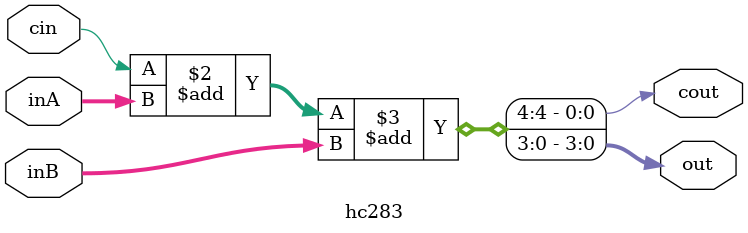
<source format=v>


module hc283( inA,inB, out, cin, cout );
input cin; 
input [3:0]inA;
input [3:0]inB;
output reg cout;
output reg[3:0]out;

always @(inB , inA , cin)

begin
    {cout,out}=cin+inA+inB;
end
endmodule



</source>
